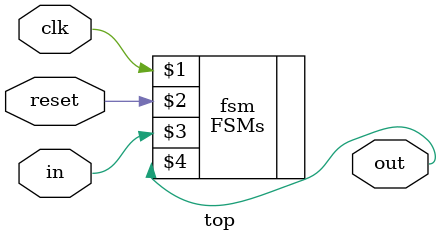
<source format=v>
module top(
  input clk,
  input reset,
  input in,
  output out
);
  FSMs fsm(clk, reset, in, out);
endmodule

</source>
